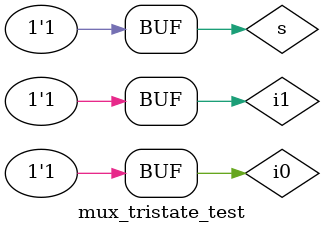
<source format=v>
module mux_tristate_test;
  reg i0,i1,s;
  wire y;
  mux_tristate dut(y,i0,i1,s);
  initial begin
   /*s=1'b0;i0=1'b0;i1=1'b0;*/{s,i0,i1}=0;
#5 /*s=1'b0;i0=1'b0;i1=1'b1;*/{s,i0,i1}=1;
#5 /*s=1'b0;i0=1'b1;i1=1'b0;*/{s,i0,i1}=2;
#5 /*s=1'b0;i0=1'b1;i1=1'b1;*/{s,i0,i1}=3;
#5 /*s=1'b1;i0=1'b0;i1=1'b0;*/{s,i0,i1}=4;
#5 /*s=1'b1;i0=1'b0;i1=1'b1;*/{s,i0,i1}=5;
#5 /*s=1'b1;i0=1'b1;i1=1'b0;*/{s,i0,i1}=6;
#5 /*s=1'b1;i0=1'b1;i1=1'b1;*/{s,i0,i1}=7;
  end
    initial begin 
    $monitor("sim time=%0t,i0=%b,i1=%b,s=%b,y=%b",$time,i0,i1,s,y);
    $dumpfile("dump.vcd");
      $dumpvars(1,mux_tristate_test);
  end 
endmodule


</source>
